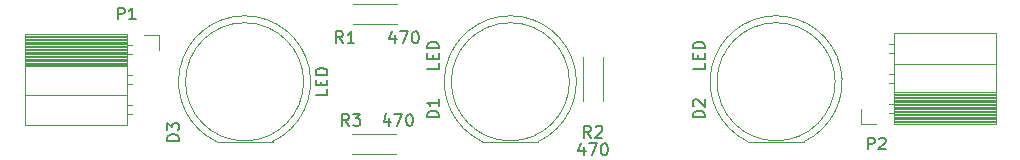
<source format=gbr>
G04 #@! TF.FileFunction,Legend,Top*
%FSLAX46Y46*%
G04 Gerber Fmt 4.6, Leading zero omitted, Abs format (unit mm)*
G04 Created by KiCad (PCBNEW 4.0.4-stable) date 03/07/20 13:15:27*
%MOMM*%
%LPD*%
G01*
G04 APERTURE LIST*
%ADD10C,0.100000*%
%ADD11C,0.120000*%
%ADD12C,0.150000*%
G04 APERTURE END LIST*
D10*
D11*
X145995259Y-72140002D02*
G75*
G03X143624184Y-82790000I4741J-5589998D01*
G01*
X146004741Y-72140002D02*
G75*
G02X148375816Y-82790000I-4741J-5589998D01*
G01*
X151000000Y-77730000D02*
G75*
G03X151000000Y-77730000I-5000000J0D01*
G01*
X143624000Y-82790000D02*
X148376000Y-82790000D01*
X168495259Y-72140002D02*
G75*
G03X166124184Y-82790000I4741J-5589998D01*
G01*
X168504741Y-72140002D02*
G75*
G02X170875816Y-82790000I-4741J-5589998D01*
G01*
X173500000Y-77730000D02*
G75*
G03X173500000Y-77730000I-5000000J0D01*
G01*
X166124000Y-82790000D02*
X170876000Y-82790000D01*
X123495259Y-72140002D02*
G75*
G03X121124184Y-82790000I4741J-5589998D01*
G01*
X123504741Y-72140002D02*
G75*
G02X125875816Y-82790000I-4741J-5589998D01*
G01*
X128500000Y-77730000D02*
G75*
G03X128500000Y-77730000I-5000000J0D01*
G01*
X121124000Y-82790000D02*
X125876000Y-82790000D01*
X132680000Y-71140000D02*
X136400000Y-71140000D01*
X132680000Y-72860000D02*
X136400000Y-72860000D01*
X152140000Y-79320000D02*
X152140000Y-75600000D01*
X153860000Y-79320000D02*
X153860000Y-75600000D01*
X136320000Y-83860000D02*
X132600000Y-83860000D01*
X136320000Y-82140000D02*
X132600000Y-82140000D01*
X113540000Y-73670000D02*
X113540000Y-76270000D01*
X113540000Y-76270000D02*
X104910000Y-76270000D01*
X104910000Y-76270000D02*
X104910000Y-73670000D01*
X104910000Y-73670000D02*
X113540000Y-73670000D01*
X113970000Y-74620000D02*
X113540000Y-74620000D01*
X113970000Y-75380000D02*
X113540000Y-75380000D01*
X113540000Y-73850000D02*
X104910000Y-73850000D01*
X113540000Y-73970000D02*
X104910000Y-73970000D01*
X113540000Y-74090000D02*
X104910000Y-74090000D01*
X113540000Y-74210000D02*
X104910000Y-74210000D01*
X113540000Y-74330000D02*
X104910000Y-74330000D01*
X113540000Y-74450000D02*
X104910000Y-74450000D01*
X113540000Y-74570000D02*
X104910000Y-74570000D01*
X113540000Y-74690000D02*
X104910000Y-74690000D01*
X113540000Y-74810000D02*
X104910000Y-74810000D01*
X113540000Y-74930000D02*
X104910000Y-74930000D01*
X113540000Y-75050000D02*
X104910000Y-75050000D01*
X113540000Y-75170000D02*
X104910000Y-75170000D01*
X113540000Y-75290000D02*
X104910000Y-75290000D01*
X113540000Y-75410000D02*
X104910000Y-75410000D01*
X113540000Y-75530000D02*
X104910000Y-75530000D01*
X113540000Y-75650000D02*
X104910000Y-75650000D01*
X113540000Y-75770000D02*
X104910000Y-75770000D01*
X113540000Y-75890000D02*
X104910000Y-75890000D01*
X113540000Y-76010000D02*
X104910000Y-76010000D01*
X113540000Y-76130000D02*
X104910000Y-76130000D01*
X113540000Y-76250000D02*
X104910000Y-76250000D01*
X113540000Y-76370000D02*
X104910000Y-76370000D01*
X113540000Y-76270000D02*
X113540000Y-78810000D01*
X113540000Y-78810000D02*
X104910000Y-78810000D01*
X104910000Y-78810000D02*
X104910000Y-76270000D01*
X104910000Y-76270000D02*
X113540000Y-76270000D01*
X113970000Y-77160000D02*
X113540000Y-77160000D01*
X113970000Y-77920000D02*
X113540000Y-77920000D01*
X113540000Y-78810000D02*
X113540000Y-81410000D01*
X113540000Y-81410000D02*
X104910000Y-81410000D01*
X104910000Y-81410000D02*
X104910000Y-78810000D01*
X104910000Y-78810000D02*
X113540000Y-78810000D01*
X113970000Y-79700000D02*
X113540000Y-79700000D01*
X113970000Y-80460000D02*
X113540000Y-80460000D01*
X115000000Y-73730000D02*
X116270000Y-73730000D01*
X116270000Y-73730000D02*
X116270000Y-75000000D01*
X178460000Y-81330000D02*
X178460000Y-78730000D01*
X178460000Y-78730000D02*
X187090000Y-78730000D01*
X187090000Y-78730000D02*
X187090000Y-81330000D01*
X187090000Y-81330000D02*
X178460000Y-81330000D01*
X178030000Y-80380000D02*
X178460000Y-80380000D01*
X178030000Y-79620000D02*
X178460000Y-79620000D01*
X178460000Y-81150000D02*
X187090000Y-81150000D01*
X178460000Y-81030000D02*
X187090000Y-81030000D01*
X178460000Y-80910000D02*
X187090000Y-80910000D01*
X178460000Y-80790000D02*
X187090000Y-80790000D01*
X178460000Y-80670000D02*
X187090000Y-80670000D01*
X178460000Y-80550000D02*
X187090000Y-80550000D01*
X178460000Y-80430000D02*
X187090000Y-80430000D01*
X178460000Y-80310000D02*
X187090000Y-80310000D01*
X178460000Y-80190000D02*
X187090000Y-80190000D01*
X178460000Y-80070000D02*
X187090000Y-80070000D01*
X178460000Y-79950000D02*
X187090000Y-79950000D01*
X178460000Y-79830000D02*
X187090000Y-79830000D01*
X178460000Y-79710000D02*
X187090000Y-79710000D01*
X178460000Y-79590000D02*
X187090000Y-79590000D01*
X178460000Y-79470000D02*
X187090000Y-79470000D01*
X178460000Y-79350000D02*
X187090000Y-79350000D01*
X178460000Y-79230000D02*
X187090000Y-79230000D01*
X178460000Y-79110000D02*
X187090000Y-79110000D01*
X178460000Y-78990000D02*
X187090000Y-78990000D01*
X178460000Y-78870000D02*
X187090000Y-78870000D01*
X178460000Y-78750000D02*
X187090000Y-78750000D01*
X178460000Y-78630000D02*
X187090000Y-78630000D01*
X178460000Y-78730000D02*
X178460000Y-76190000D01*
X178460000Y-76190000D02*
X187090000Y-76190000D01*
X187090000Y-76190000D02*
X187090000Y-78730000D01*
X187090000Y-78730000D02*
X178460000Y-78730000D01*
X178030000Y-77840000D02*
X178460000Y-77840000D01*
X178030000Y-77080000D02*
X178460000Y-77080000D01*
X178460000Y-76190000D02*
X178460000Y-73590000D01*
X178460000Y-73590000D02*
X187090000Y-73590000D01*
X187090000Y-73590000D02*
X187090000Y-76190000D01*
X187090000Y-76190000D02*
X178460000Y-76190000D01*
X178030000Y-75300000D02*
X178460000Y-75300000D01*
X178030000Y-74540000D02*
X178460000Y-74540000D01*
X177000000Y-81270000D02*
X175730000Y-81270000D01*
X175730000Y-81270000D02*
X175730000Y-80000000D01*
D12*
X139952381Y-80738095D02*
X138952381Y-80738095D01*
X138952381Y-80500000D01*
X139000000Y-80357142D01*
X139095238Y-80261904D01*
X139190476Y-80214285D01*
X139380952Y-80166666D01*
X139523810Y-80166666D01*
X139714286Y-80214285D01*
X139809524Y-80261904D01*
X139904762Y-80357142D01*
X139952381Y-80500000D01*
X139952381Y-80738095D01*
X139952381Y-79214285D02*
X139952381Y-79785714D01*
X139952381Y-79500000D02*
X138952381Y-79500000D01*
X139095238Y-79595238D01*
X139190476Y-79690476D01*
X139238095Y-79785714D01*
X139952381Y-76142857D02*
X139952381Y-76619048D01*
X138952381Y-76619048D01*
X139428571Y-75809524D02*
X139428571Y-75476190D01*
X139952381Y-75333333D02*
X139952381Y-75809524D01*
X138952381Y-75809524D01*
X138952381Y-75333333D01*
X139952381Y-74904762D02*
X138952381Y-74904762D01*
X138952381Y-74666667D01*
X139000000Y-74523809D01*
X139095238Y-74428571D01*
X139190476Y-74380952D01*
X139380952Y-74333333D01*
X139523810Y-74333333D01*
X139714286Y-74380952D01*
X139809524Y-74428571D01*
X139904762Y-74523809D01*
X139952381Y-74666667D01*
X139952381Y-74904762D01*
X162452381Y-80738095D02*
X161452381Y-80738095D01*
X161452381Y-80500000D01*
X161500000Y-80357142D01*
X161595238Y-80261904D01*
X161690476Y-80214285D01*
X161880952Y-80166666D01*
X162023810Y-80166666D01*
X162214286Y-80214285D01*
X162309524Y-80261904D01*
X162404762Y-80357142D01*
X162452381Y-80500000D01*
X162452381Y-80738095D01*
X161547619Y-79785714D02*
X161500000Y-79738095D01*
X161452381Y-79642857D01*
X161452381Y-79404761D01*
X161500000Y-79309523D01*
X161547619Y-79261904D01*
X161642857Y-79214285D01*
X161738095Y-79214285D01*
X161880952Y-79261904D01*
X162452381Y-79833333D01*
X162452381Y-79214285D01*
X162452381Y-76142857D02*
X162452381Y-76619048D01*
X161452381Y-76619048D01*
X161928571Y-75809524D02*
X161928571Y-75476190D01*
X162452381Y-75333333D02*
X162452381Y-75809524D01*
X161452381Y-75809524D01*
X161452381Y-75333333D01*
X162452381Y-74904762D02*
X161452381Y-74904762D01*
X161452381Y-74666667D01*
X161500000Y-74523809D01*
X161595238Y-74428571D01*
X161690476Y-74380952D01*
X161880952Y-74333333D01*
X162023810Y-74333333D01*
X162214286Y-74380952D01*
X162309524Y-74428571D01*
X162404762Y-74523809D01*
X162452381Y-74666667D01*
X162452381Y-74904762D01*
X117952381Y-82738095D02*
X116952381Y-82738095D01*
X116952381Y-82500000D01*
X117000000Y-82357142D01*
X117095238Y-82261904D01*
X117190476Y-82214285D01*
X117380952Y-82166666D01*
X117523810Y-82166666D01*
X117714286Y-82214285D01*
X117809524Y-82261904D01*
X117904762Y-82357142D01*
X117952381Y-82500000D01*
X117952381Y-82738095D01*
X116952381Y-81833333D02*
X116952381Y-81214285D01*
X117333333Y-81547619D01*
X117333333Y-81404761D01*
X117380952Y-81309523D01*
X117428571Y-81261904D01*
X117523810Y-81214285D01*
X117761905Y-81214285D01*
X117857143Y-81261904D01*
X117904762Y-81309523D01*
X117952381Y-81404761D01*
X117952381Y-81690476D01*
X117904762Y-81785714D01*
X117857143Y-81833333D01*
X130512381Y-78372857D02*
X130512381Y-78849048D01*
X129512381Y-78849048D01*
X129988571Y-78039524D02*
X129988571Y-77706190D01*
X130512381Y-77563333D02*
X130512381Y-78039524D01*
X129512381Y-78039524D01*
X129512381Y-77563333D01*
X130512381Y-77134762D02*
X129512381Y-77134762D01*
X129512381Y-76896667D01*
X129560000Y-76753809D01*
X129655238Y-76658571D01*
X129750476Y-76610952D01*
X129940952Y-76563333D01*
X130083810Y-76563333D01*
X130274286Y-76610952D01*
X130369524Y-76658571D01*
X130464762Y-76753809D01*
X130512381Y-76896667D01*
X130512381Y-77134762D01*
X131833334Y-74452381D02*
X131500000Y-73976190D01*
X131261905Y-74452381D02*
X131261905Y-73452381D01*
X131642858Y-73452381D01*
X131738096Y-73500000D01*
X131785715Y-73547619D01*
X131833334Y-73642857D01*
X131833334Y-73785714D01*
X131785715Y-73880952D01*
X131738096Y-73928571D01*
X131642858Y-73976190D01*
X131261905Y-73976190D01*
X132785715Y-74452381D02*
X132214286Y-74452381D01*
X132500000Y-74452381D02*
X132500000Y-73452381D01*
X132404762Y-73595238D01*
X132309524Y-73690476D01*
X132214286Y-73738095D01*
X136238096Y-73785714D02*
X136238096Y-74452381D01*
X136000000Y-73404762D02*
X135761905Y-74119048D01*
X136380953Y-74119048D01*
X136666667Y-73452381D02*
X137333334Y-73452381D01*
X136904762Y-74452381D01*
X137904762Y-73452381D02*
X138000001Y-73452381D01*
X138095239Y-73500000D01*
X138142858Y-73547619D01*
X138190477Y-73642857D01*
X138238096Y-73833333D01*
X138238096Y-74071429D01*
X138190477Y-74261905D01*
X138142858Y-74357143D01*
X138095239Y-74404762D01*
X138000001Y-74452381D01*
X137904762Y-74452381D01*
X137809524Y-74404762D01*
X137761905Y-74357143D01*
X137714286Y-74261905D01*
X137666667Y-74071429D01*
X137666667Y-73833333D01*
X137714286Y-73642857D01*
X137761905Y-73547619D01*
X137809524Y-73500000D01*
X137904762Y-73452381D01*
X152833334Y-82452381D02*
X152500000Y-81976190D01*
X152261905Y-82452381D02*
X152261905Y-81452381D01*
X152642858Y-81452381D01*
X152738096Y-81500000D01*
X152785715Y-81547619D01*
X152833334Y-81642857D01*
X152833334Y-81785714D01*
X152785715Y-81880952D01*
X152738096Y-81928571D01*
X152642858Y-81976190D01*
X152261905Y-81976190D01*
X153214286Y-81547619D02*
X153261905Y-81500000D01*
X153357143Y-81452381D01*
X153595239Y-81452381D01*
X153690477Y-81500000D01*
X153738096Y-81547619D01*
X153785715Y-81642857D01*
X153785715Y-81738095D01*
X153738096Y-81880952D01*
X153166667Y-82452381D01*
X153785715Y-82452381D01*
X152238096Y-83285714D02*
X152238096Y-83952381D01*
X152000000Y-82904762D02*
X151761905Y-83619048D01*
X152380953Y-83619048D01*
X152666667Y-82952381D02*
X153333334Y-82952381D01*
X152904762Y-83952381D01*
X153904762Y-82952381D02*
X154000001Y-82952381D01*
X154095239Y-83000000D01*
X154142858Y-83047619D01*
X154190477Y-83142857D01*
X154238096Y-83333333D01*
X154238096Y-83571429D01*
X154190477Y-83761905D01*
X154142858Y-83857143D01*
X154095239Y-83904762D01*
X154000001Y-83952381D01*
X153904762Y-83952381D01*
X153809524Y-83904762D01*
X153761905Y-83857143D01*
X153714286Y-83761905D01*
X153666667Y-83571429D01*
X153666667Y-83333333D01*
X153714286Y-83142857D01*
X153761905Y-83047619D01*
X153809524Y-83000000D01*
X153904762Y-82952381D01*
X132333334Y-81452381D02*
X132000000Y-80976190D01*
X131761905Y-81452381D02*
X131761905Y-80452381D01*
X132142858Y-80452381D01*
X132238096Y-80500000D01*
X132285715Y-80547619D01*
X132333334Y-80642857D01*
X132333334Y-80785714D01*
X132285715Y-80880952D01*
X132238096Y-80928571D01*
X132142858Y-80976190D01*
X131761905Y-80976190D01*
X132666667Y-80452381D02*
X133285715Y-80452381D01*
X132952381Y-80833333D01*
X133095239Y-80833333D01*
X133190477Y-80880952D01*
X133238096Y-80928571D01*
X133285715Y-81023810D01*
X133285715Y-81261905D01*
X133238096Y-81357143D01*
X133190477Y-81404762D01*
X133095239Y-81452381D01*
X132809524Y-81452381D01*
X132714286Y-81404762D01*
X132666667Y-81357143D01*
X135738096Y-80785714D02*
X135738096Y-81452381D01*
X135500000Y-80404762D02*
X135261905Y-81119048D01*
X135880953Y-81119048D01*
X136166667Y-80452381D02*
X136833334Y-80452381D01*
X136404762Y-81452381D01*
X137404762Y-80452381D02*
X137500001Y-80452381D01*
X137595239Y-80500000D01*
X137642858Y-80547619D01*
X137690477Y-80642857D01*
X137738096Y-80833333D01*
X137738096Y-81071429D01*
X137690477Y-81261905D01*
X137642858Y-81357143D01*
X137595239Y-81404762D01*
X137500001Y-81452381D01*
X137404762Y-81452381D01*
X137309524Y-81404762D01*
X137261905Y-81357143D01*
X137214286Y-81261905D01*
X137166667Y-81071429D01*
X137166667Y-80833333D01*
X137214286Y-80642857D01*
X137261905Y-80547619D01*
X137309524Y-80500000D01*
X137404762Y-80452381D01*
X112761905Y-72452381D02*
X112761905Y-71452381D01*
X113142858Y-71452381D01*
X113238096Y-71500000D01*
X113285715Y-71547619D01*
X113333334Y-71642857D01*
X113333334Y-71785714D01*
X113285715Y-71880952D01*
X113238096Y-71928571D01*
X113142858Y-71976190D01*
X112761905Y-71976190D01*
X114285715Y-72452381D02*
X113714286Y-72452381D01*
X114000000Y-72452381D02*
X114000000Y-71452381D01*
X113904762Y-71595238D01*
X113809524Y-71690476D01*
X113714286Y-71738095D01*
X176261905Y-83452381D02*
X176261905Y-82452381D01*
X176642858Y-82452381D01*
X176738096Y-82500000D01*
X176785715Y-82547619D01*
X176833334Y-82642857D01*
X176833334Y-82785714D01*
X176785715Y-82880952D01*
X176738096Y-82928571D01*
X176642858Y-82976190D01*
X176261905Y-82976190D01*
X177214286Y-82547619D02*
X177261905Y-82500000D01*
X177357143Y-82452381D01*
X177595239Y-82452381D01*
X177690477Y-82500000D01*
X177738096Y-82547619D01*
X177785715Y-82642857D01*
X177785715Y-82738095D01*
X177738096Y-82880952D01*
X177166667Y-83452381D01*
X177785715Y-83452381D01*
M02*

</source>
